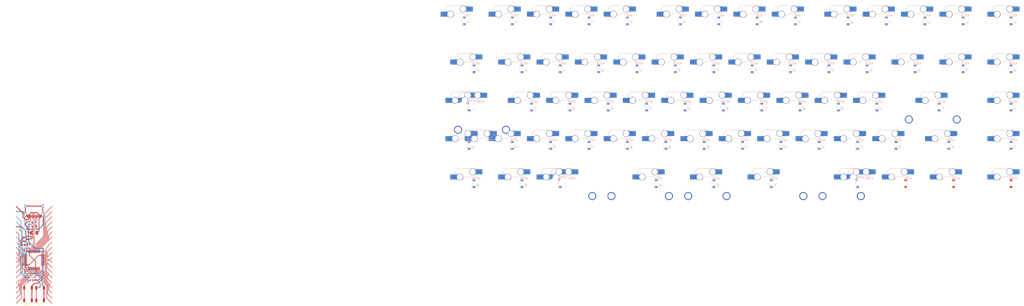
<source format=kicad_pcb>
(kicad_pcb (version 20221018) (generator pcbnew)
  (layers (0 "F.Cu" signal) (31 "B.Cu" signal) (34 "B.Paste" user) (35 "F.Paste" user) (36 "B.SilkS" user "B.Silkscreen") (37 "F.SilkS" user "F.Silkscreen") (38 "B.Mask" user) (39 "F.Mask" user) (44 "Edge.Cuts" user))
  (net 0 "")
  (net 1 "+5V")
  (net 2 "GND")
  (net 3 "+3V3")
  (net 4 "NRST")
  (net 5 "VBUS")
  (net 6 "Net-(J1-CC1)")
  (net 8 "Net-(J1-CC2)")
  (net 10 "BOOT0")
  (net 11 "/C13")
  (net 12 "/C14")
  (net 13 "/C15")
  (net 14 "/F0")
  (net 15 "/F1")
  (net 16 "/B1")
  (net 17 "/B2")
  (net 18 "/B10")
  (net 19 "/B11")
  (net 20 "/B12")
  (net 21 "/B13")
  (net 22 "/B14")
  (net 23 "/B15")
  (net 24 "/A8")
  (net 25 "/A15")
  (net 26 "/B4")
  (net 27 "/B5")
  (net 28 "/B6")
  (net 29 "/B7")
  (net 30 "/A2")
  (net 31 "/A3")
  (net 32 "/A4")
  (net 33 "/A5")
  (net 34 "/A6")
  (net 35 "/A7")
  (net 36 "/B0")
  (net 37 "/B3")
  (net 38 "/B8")
  (net 39 "/B9")
  (net 40 "/A1")
  (net 41 "/A9")
  (net 42 "/A10")
  (net 43 "/A13")
  (net 44 "/A14")
  (net 45 "Net-(R3-Pad2)")
  (net 46 "/A0")
  (net 47 "D+")
  (net 48 "D-")
  (net 50 "Net-(D1-A)")
  (net 52 "Net-(D2-A)")
  (net 54 "Net-(D3-A)")
  (net 56 "Net-(D4-A)")
  (net 58 "Net-(D5-A)")
  (net 60 "Net-(D6-A)")
  (net 62 "Net-(D7-A)")
  (net 64 "Net-(D8-A)")
  (net 66 "Net-(D9-A)")
  (net 68 "Net-(D10-A)")
  (net 70 "Net-(D11-A)")
  (net 72 "Net-(D12-A)")
  (net 74 "Net-(D13-A)")
  (net 76 "Net-(D14-A)")
  (net 78 "Net-(D15-A)")
  (net 80 "Net-(D16-A)")
  (net 82 "Net-(D17-A)")
  (net 84 "Net-(D18-A)")
  (net 86 "Net-(D19-A)")
  (net 88 "Net-(D20-A)")
  (net 90 "Net-(D21-A)")
  (net 92 "Net-(D22-A)")
  (net 94 "Net-(D23-A)")
  (net 96 "Net-(D24-A)")
  (net 98 "Net-(D25-A)")
  (net 100 "Net-(D26-A)")
  (net 102 "Net-(D27-A)")
  (net 104 "Net-(D28-A)")
  (net 106 "Net-(D29-A)")
  (net 108 "Net-(D31-A)")
  (net 110 "Net-(D32-A)")
  (net 112 "Net-(D33-A)")
  (net 114 "Net-(D34-A)")
  (net 116 "Net-(D35-A)")
  (net 118 "Net-(D36-A)")
  (net 120 "Net-(D37-A)")
  (net 122 "Net-(D38-A)")
  (net 124 "Net-(D39-A)")
  (net 126 "Net-(D40-A)")
  (net 128 "Net-(D41-A)")
  (net 130 "Net-(D42-A)")
  (net 132 "Net-(D43-A)")
  (net 134 "Net-(D45-A)")
  (net 136 "Net-(D46-A)")
  (net 138 "Net-(D47-A)")
  (net 140 "Net-(D48-A)")
  (net 142 "Net-(D49-A)")
  (net 144 "Net-(D50-A)")
  (net 146 "Net-(D51-A)")
  (net 148 "Net-(D52-A)")
  (net 150 "Net-(D53-A)")
  (net 152 "Net-(D54-A)")
  (net 154 "Net-(D55-A)")
  (net 156 "Net-(D56-A)")
  (net 158 "Net-(D57-A)")
  (net 160 "Net-(D58-A)")
  (net 162 "Net-(D59-A)")
  (net 164 "Net-(D60-A)")
  (net 166 "Net-(D62-A)")
  (net 168 "Net-(D63-A)")
  (net 170 "Net-(D64-A)")
  (net 172 "Net-(D65-A)")
  (net 245 "Net-(D67-A)")
  (net 247 "Net-(D68-A)")
  (net 249 "Net-(D69-A)")
  (footprint "Capacitor_SMD:C_0402_1005Metric" (layer "F.Cu") (at -100.351875 199.58 90)
    (fp_text reference "C4")
    (fp_text value "100nF")
  )
  (footprint "Package_QFP:LQFP-48_7x7mm_P0.5mm" (layer "F.Cu") (at -104.851875 203.83 90)
    (fp_text reference "U1")
    (fp_text value "STM32F072CBT6")
  )
  (footprint "PCM_marbastlib-mx:STAB_MX_P_2.25u" (layer "F.Cu") (at 117.535 146.03375)
    (fp_text reference "S44" hide)
    (fp_text value "2.25u")
  )
  (footprint "Capacitor_SMD:C_0402_1005Metric" (layer "F.Cu") (at -109.101875 199.33 180)
    (fp_text reference "C3")
    (fp_text value "100nF")
  )
  (footprint "PCM_marbastlib-mx:STAB_MX_P_6u" (layer "F.Cu") (at 258.02875 165.08375 180)
    (fp_text reference "S1" hide)
    (fp_text value "6u")
  )
  (footprint "Button_Switch_SMD:SW_SPST_TL3342" (layer "F.Cu") (at -107.851875 220.83 -90)
    (fp_text reference "BOOT1")
    (fp_text value "SW_SPST")
  )
  (footprint "PCM_marbastlib-mx:STAB_MX_P_3u" (layer "F.Cu") (at 200.87875 165.08375 180)
    (fp_text reference "S62" hide)
    (fp_text value "3u")
  )
  (footprint "Package_TO_SOT_SMD:SOT-143" (layer "F.Cu") (at -104.851875 186.08 180)
    (fp_text reference "U2")
    (fp_text value "PRTR5V0U2X")
  )
  (footprint "Capacitor_SMD:C_0402_1005Metric" (layer "F.Cu") (at -109.351875 208.08 -90)
    (fp_text reference "C5")
    (fp_text value "100nF")
  )
  (footprint "Button_Switch_SMD:SW_SPST_TL3342" (layer "F.Cu") (at -101.851875 220.83 90)
    (fp_text reference "RST1")
    (fp_text value "SW_SPST")
  )
  (footprint "Diode_SMD:D_SOD-123" (layer "F.Cu") (at 327.87875 165.8775 90)
    (fp_text reference "D67")
    (fp_text value "D_Small")
  )
  (footprint "Package_TO_SOT_SMD:SOT-23" (layer "F.Cu") (at -109.101875 193.58)
    (fp_text reference "U3")
    (fp_text value "XC6206PxxxMR-Regulator_Linear")
  )
  (footprint "PCM_marbastlib-mx:STAB_MX_P_2.25u" (layer "F.Cu") (at 341.3725 126.98375 180)
    (fp_text reference "S41" hide)
    (fp_text value "2.25u")
  )
  (footprint "PCM_marbastlib-mx:STAB_MX_P_7u" (layer "F.Cu") (at 229.45375 165.08375 180)
    (fp_text reference "S63" hide)
    (fp_text value "7u")
  )
  (footprint "Capacitor_SMD:C_0402_1005Metric" (layer "F.Cu") (at -108.851875 209.58 180)
    (fp_text reference "C6")
    (fp_text value "100nF")
  )
  (footprint "Resistor_SMD:R_0402_1005Metric" (layer "F.Cu") (at -107.851875 187.33)
    (fp_text reference "R1")
    (fp_text value "5.1k")
  )
  (footprint "Capacitor_SMD:C_0402_1005Metric" (layer "F.Cu") (at -107.601875 196.08)
    (fp_text reference "C10")
    (fp_text value "1uF")
  )
  (footprint "Fuse:Fuse_1206_3216Metric" (layer "F.Cu") (at -104.851875 190.33 180)
    (fp_text reference "F1")
    (fp_text value "500mA")
  )
  (footprint "Capacitor_SMD:C_0402_1005Metric" (layer "F.Cu") (at -106.351875 192.58 90)
    (fp_text reference "C9")
    (fp_text value "1uF")
  )
  (footprint "Capacitor_SMD:C_0402_1005Metric" (layer "F.Cu") (at -103.338452 211.566577)
    (fp_text reference "C1")
    (fp_text value "100nF")
  )
  (footprint "Resistor_SMD:R_0402_1005Metric" (layer "F.Cu") (at -103.601875 213.83)
    (fp_text reference "R4")
    (fp_text value "5.1k")
  )
  (footprint "Capacitor_SMD:C_0402_1005Metric" (layer "F.Cu") (at -103.338452 210.316577 180)
    (fp_text reference "C7")
    (fp_text value "100nF")
  )
  (footprint "Resistor_SMD:R_0402_1005Metric" (layer "F.Cu") (at -107.851875 184.83 180)
    (fp_text reference "R2")
    (fp_text value "5.1k")
  )
  (footprint "PCM_marbastlib-mx:STAB_MX_P_3u" (layer "F.Cu") (at 258.02875 165.08375 180)
    (fp_text reference "S64" hide)
    (fp_text value "3u")
  )
  (footprint "Connector_USB:USB_C_Receptacle_HRO_TYPE-C-31-M-12" (layer "F.Cu") (at -104.851875 178.08 180)
    (fp_text reference "J1")
    (fp_text value "USB_C_Receptacle_USB2.0")
  )
  (footprint "Diode_SMD:D_SOD-123" (layer "F.Cu") (at 351.69125 165.8775 90)
    (fp_text reference "D68")
    (fp_text value "D_Small")
  )
  (footprint "Resistor_SMD:R_0402_1005Metric" (layer "F.Cu") (at -106.101875 213.83)
    (fp_text reference "R3")
    (fp_text value "5.1k")
  )
  (footprint "Capacitor_SMD:C_0603_1608Metric" (layer "F.Cu") (at -110.351875 196.33 180)
    (fp_text reference "C2")
    (fp_text value "10uF")
  )
  (footprint "Capacitor_SMD:C_0402_1005Metric" (layer "F.Cu") (at -107.851875 189.33 90)
    (fp_text reference "C8")
    (fp_text value "100nF")
  )
  (footprint "Diode_SMD:D_SOD-123" (layer "F.Cu") (at 380.26625 165.8775 90)
    (fp_text reference "D69")
    (fp_text value "D_Small")
  )
  (footprint "Diode_SMD:D_SOD-123" (layer "B.Cu") (at 270.72875 108.7275 90)
    (fp_text reference "D23")
    (fp_text value "D_Small")
  )
  (footprint "Diode_SMD:D_SOD-123" (layer "B.Cu") (at 137.37875 108.7275 90)
    (fp_text reference "D16")
    (fp_text value "D_Small")
  )
  (footprint "Diode_SMD:D_SOD-123" (layer "B.Cu") (at 204.05375 165.8775 90)
    (fp_text reference "D62")
    (fp_text value "D_Small")
  )
  (footprint "Diode_SMD:D_SOD-123" (layer "B.Cu") (at 235.10525 84.915 90)
    (fp_text reference "D7")
    (fp_text value "D_Small")
  )
  (footprint "Diode_SMD:D_SOD-123" (layer "B.Cu") (at 218.34125 127.7775 90)
    (fp_text reference "D35")
    (fp_text value "D_Small")
  )
  (footprint "PCM_marbastlib-mx:SW_MX_HS_CPG151101S11_1u" (layer "B.Cu") (at 134.20375 165.08375 180)
    (fp_text reference "MX59")
    (fp_text value "MX_SW_HS")
  )
  (footprint "Diode_SMD:D_SOD-123" (layer "B.Cu") (at 344.5475 127.7775 90)
    (fp_text reference "D41")
    (fp_text value "D_Small")
  )
  (footprint "Diode_SMD:D_SOD-123" (layer "B.Cu") (at 256.44125 127.7775 90)
    (fp_text reference "D37")
    (fp_text value "D_Small")
  )
  (footprint "Diode_SMD:D_SOD-123" (layer "B.Cu") (at 151.66625 84.915 90)
    (fp_text reference "D3")
    (fp_text value "D_Small")
  )
  (footprint "PCM_marbastlib-mx:SW_MX_HS_CPG151101S11_1u" (layer "B.Cu") (at 210.40375 107.93375 180)
    (fp_text reference "MX20")
    (fp_text value "MX_SW_HS")
  )
  (footprint "Diode_SMD:D_SOD-123" (layer "B.Cu") (at 213.57875 108.7275 90)
    (fp_text reference "D20")
    (fp_text value "D_Small")
  )
  (footprint "PCM_marbastlib-mx:SW_MX_HS_CPG151101S11_1u" (layer "B.Cu") (at 105.62875 84.12125 180)
    (fp_text reference "MX1")
    (fp_text value "MX_SW_HS")
  )
  (footprint "PCM_marbastlib-mx:SW_MX_HS_CPG151101S11_1u" (layer "B.Cu") (at 248.50375 107.93375 180)
    (fp_text reference "MX22")
    (fp_text value "MX_SW_HS")
  )
  (footprint "Diode_SMD:D_SOD-123" (layer "B.Cu") (at 254.15525 84.915 90)
    (fp_text reference "D8")
    (fp_text value "D_Small")
  )
  (footprint "Diode_SMD:D_SOD-123" (layer "B.Cu") (at 318.35375 84.915 90)
    (fp_text reference "D11")
    (fp_text value "D_Small")
  )
  (footprint "PCM_marbastlib-mx:SW_MX_HS_CPG151101S11_1u" (layer "B.Cu") (at 153.25375 107.93375 180)
    (fp_text reference "MX17")
    (fp_text value "MX_SW_HS")
  )
  (footprint "Diode_SMD:D_SOD-123" (layer "B.Cu") (at 137.37875 165.8775 90)
    (fp_text reference "D59")
    (fp_text value "D_Small")
  )
  (footprint "Diode_SMD:D_SOD-123" (layer "B.Cu") (at 170.71625 146.8275 90)
    (fp_text reference "D47")
    (fp_text value "D_Small")
  )
  (footprint "PCM_marbastlib-mx:SW_MX_HS_CPG151101S11_1u" (layer "B.Cu") (at 281.84125 146.03375 180)
    (fp_text reference "MX53")
    (fp_text value "MX_SW_HS")
  )
  (footprint "Diode_SMD:D_SOD-123" (layer "B.Cu") (at 304.06625 146.8275 90)
    (fp_text reference "D54")
    (fp_text value "D_Small")
  )
  (footprint "PCM_marbastlib-mx:SW_MX_HS_CPG151101S11_1u" (layer "B.Cu") (at 377.09125 84.12125 180)
    (fp_text reference "MX14")
    (fp_text value "MX_SW_HS")
  )
  (footprint "PCM_marbastlib-mx:SW_MX_HS_CPG151101S11_1u" (layer "B.Cu") (at 334.22875 84.12125 180)
    (fp_text reference "MX12")
    (fp_text value "MX_SW_HS")
  )
  (footprint "PCM_marbastlib-mx:SW_MX_HS_CPG151101S11_1.75u" (layer "B.Cu") (at 346.135 146.03375 180)
    (fp_text reference "MX56")
    (fp_text value "MX_SW_HS")
  )
  (footprint "PCM_marbastlib-mx:SW_MX_HS_CPG151101S11_1u" (layer "B.Cu") (at 153.25375 165.08375 180)
    (fp_text reference "MX60")
    (fp_text value "MX_SW_HS")
  )
  (footprint "Diode_SMD:D_SOD-123" (layer "B.Cu") (at 113.56625 108.7275 90)
    (fp_text reference "D15")
    (fp_text value "D_Small")
  )
  (footprint "Diode_SMD:D_SOD-123" (layer "B.Cu") (at 111.185 146.8275 90)
    (fp_text reference "D43")
    (fp_text value "D_Small")
  )
  (footprint "PCM_marbastlib-mx:SW_MX_HS_CPG151101S11_1u" (layer "B.Cu") (at 196.11625 126.98375 180)
    (fp_text reference "MX34")
    (fp_text value "MX_SW_HS")
  )
  (footprint "PCM_marbastlib-mx:SW_MX_HS_CPG151101S11_1u" (layer "B.Cu") (at 353.27875 84.12125 180)
    (fp_text reference "MX13")
    (fp_text value "MX_SW_HS")
  )
  (footprint "PCM_marbastlib-mx:SW_MX_HS_CPG151101S11_1u" (layer "B.Cu") (at 148.49125 146.03375 180)
    (fp_text reference "MX46")
    (fp_text value "MX_SW_HS")
  )
  (footprint "PCM_marbastlib-mx:SW_MX_HS_CPG151101S11_1u" (layer "B.Cu") (at 377.09125 126.98375 180)
    (fp_text reference "MX42")
    (fp_text value "MX_SW_HS")
  )
  (footprint "PCM_marbastlib-mx:SW_MX_HS_CPG151101S11_1u" (layer "B.Cu") (at 129.44125 146.03375 180)
    (fp_text reference "MX45")
    (fp_text value "MX_SW_HS")
  )
  (footprint "Diode_SMD:D_SOD-123" (layer "B.Cu") (at 132.61625 146.8275 90)
    (fp_text reference "D45")
    (fp_text value "D_Small")
  )
  (footprint "PCM_marbastlib-mx:SW_MX_HS_CPG151101S11_1.75u_STP_1.25" (layer "B.Cu") (at 108.01 126.98375 180)
    (fp_text reference "MX29")
    (fp_text value "MX_SW_HS")
  )
  (footprint "PCM_marbastlib-mx:SW_MX_HS_CPG151101S11_1u" (layer "B.Cu") (at 231.93025 84.12125 180)
    (fp_text reference "MX7")
    (fp_text value "MX_SW_HS")
  )
  (footprint "PCM_marbastlib-mx:SW_MX_HS_CPG151101S11_1.75u" (layer "B.Cu") (at 112.7725 126.98375 180)
    (fp_text reference "MX30")
    (fp_text value "MX_SW_HS")
  )
  (footprint "PCM_marbastlib-mx:SW_MX_HS_CPG151101S11_1u" (layer "B.Cu") (at 250.98025 84.12125 180)
    (fp_text reference "MX8")
    (fp_text value "MX_SW_HS")
  )
  (footprint "Diode_SMD:D_SOD-123" (layer "B.Cu") (at 313.59125 127.7775 90)
    (fp_text reference "D40")
    (fp_text value "D_Small")
  )
  (footprint "PCM_marbastlib-mx:SW_MX_HS_CPG151101S11_1u" (layer "B.Cu") (at 134.20375 107.93375 180)
    (fp_text reference "MX16")
    (fp_text value "MX_SW_HS")
  )
  (footprint "Diode_SMD:D_SOD-123" (layer "B.Cu") (at 194.52875 108.7275 90)
    (fp_text reference "D19")
    (fp_text value "D_Small")
  )
  (footprint "Diode_SMD:D_SOD-123" (layer "B.Cu") (at 111.185 127.7775 90)
    (fp_text reference "D29")
    (fp_text value "D_Small")
  )
  (footprint "PCM_marbastlib-mx:SW_MX_HS_CPG151101S11_1u" (layer "B.Cu") (at 177.06625 126.98375 180)
    (fp_text reference "MX33")
    (fp_text value "MX_SW_HS")
  )
  (footprint "PCM_marbastlib-mx:SW_MX_HS_CPG151101S11_1u" (layer "B.Cu") (at 300.89125 146.03375 180)
    (fp_text reference "MX54")
    (fp_text value "MX_SW_HS")
  )
  (footprint "Diode_SMD:D_SOD-123" (layer "B.Cu") (at 227.86625 146.8275 90)
    (fp_text reference "D50")
    (fp_text value "D_Small")
  )
  (footprint "Diode_SMD:D_SOD-123" (layer "B.Cu") (at 189.76625 146.8275 90)
    (fp_text reference "D48")
    (fp_text value "D_Small")
  )
  (footprint "Diode_SMD:D_SOD-123" (layer "B.Cu") (at 142.14125 127.7775 90)
    (fp_text reference "D31")
    (fp_text value "D_Small")
  )
  (footprint "PCM_marbastlib-mx:SW_MX_HS_CPG151101S11_1u" (layer "B.Cu") (at 300.89125 165.08375 180)
    (fp_text reference "MX65")
    (fp_text value "MX_SW_HS")
  )
  (footprint "PCM_marbastlib-mx:SW_MX_HS_CPG151101S11_1u" (layer "B.Cu") (at 286.60375 107.93375 180)
    (fp_text reference "MX24")
    (fp_text value "MX_SW_HS")
  )
  (footprint "PCM_marbastlib-mx:SW_MX_HS_CPG151101S11_1u" (layer "B.Cu") (at 138.96625 126.98375 180)
    (fp_text reference "MX31")
    (fp_text value "MX_SW_HS")
  )
  (footprint "PCM_marbastlib-mx:SW_MX_HS_CPG151101S11_1u" (layer "B.Cu") (at 148.49125 84.12125 180)
    (fp_text reference "MX3")
    (fp_text value "MX_SW_HS")
  )
  (footprint "PCM_marbastlib-mx:SW_MX_HS_CPG151101S11_1u" (layer "B.Cu") (at 172.30375 107.93375 180)
    (fp_text reference "MX18")
    (fp_text value "MX_SW_HS")
  )
  (footprint "PCM_marbastlib-mx:SW_MX_HS_CPG151101S11_1u" (layer "B.Cu") (at 212.88025 84.12125 180)
    (fp_text reference "MX6")
    (fp_text value "MX_SW_HS")
  )
  (footprint "PCM_marbastlib-mx:SW_MX_HS_CPG151101S11_1u" (layer "B.Cu") (at 341.3725 126.98375 180)
    (fp_text reference "MX41")
    (fp_text value "MX_SW_HS")
  )
  (footprint "PCM_marbastlib-mx:SW_MX_HS_CPG151101S11_1u" (layer "B.Cu") (at 305.65375 107.93375 180)
    (fp_text reference "MX25")
    (fp_text value "MX_SW_HS")
  )
  (footprint "PCM_marbastlib-mx:SW_MX_HS_CPG151101S11_1u" (layer "B.Cu") (at 315.17875 84.12125 180)
    (fp_text reference "MX11")
    (fp_text value "MX_SW_HS")
  )
  (footprint "PCM_marbastlib-mx:SW_MX_HS_CPG151101S11_1u" (layer "B.Cu") (at 186.59125 84.12125 180)
    (fp_text reference "MX5")
    (fp_text value "MX_SW_HS")
  )
  (footprint "PCM_marbastlib-mx:SW_MX_HS_CPG151101S11_1u" (layer "B.Cu") (at 129.44125 84.12125 180)
    (fp_text reference "MX2")
    (fp_text value "MX_SW_HS")
  )
  (footprint "PCM_marbastlib-mx:SW_MX_HS_CPG151101S11_1u" (layer "B.Cu") (at 272.31625 126.98375 180)
    (fp_text reference "MX38")
    (fp_text value "MX_SW_HS")
  )
  (footprint "Diode_SMD:D_SOD-123" (layer "B.Cu") (at 265.96625 146.8275 90)
    (fp_text reference "D52")
    (fp_text value "D_Small")
  )
  (footprint "PCM_marbastlib-mx:SW_MX_HS_CPG151101S11_1u" (layer "B.Cu") (at 186.59125 146.03375 180)
    (fp_text reference "MX48")
    (fp_text value "MX_SW_HS")
  )
  (footprint "Diode_SMD:D_SOD-123" (layer "B.Cu") (at 261.20375 165.8775 90)
    (fp_text reference "D64")
    (fp_text value "D_Small")
  )
  (footprint "Diode_SMD:D_SOD-123" (layer "B.Cu") (at 132.61625 84.915 90)
    (fp_text reference "D2")
    (fp_text value "D_Small")
  )
  (footprint "Diode_SMD:D_SOD-123" (layer "B.Cu") (at 232.62875 165.8775 90)
    (fp_text reference "D63")
    (fp_text value "D_Small")
  )
  (footprint "PCM_marbastlib-mx:SW_MX_HS_CPG151101S11_1u" (layer "B.Cu") (at 262.79125 146.03375 180)
    (fp_text reference "MX52")
    (fp_text value "MX_SW_HS")
  )
  (footprint "PCM_marbastlib-mx:SW_MX_HS_CPG151101S11_1u" (layer "B.Cu") (at 167.54125 146.03375 180)
    (fp_text reference "MX47")
    (fp_text value "MX_SW_HS")
  )
  (footprint "Diode_SMD:D_SOD-123" (layer "B.Cu") (at 199.29125 127.7775 90)
    (fp_text reference "D34")
    (fp_text value "D_Small")
  )
  (footprint "PCM_marbastlib-mx:SW_MX_HS_CPG151101S11_1.5u" (layer "B.Cu") (at 348.51625 165.08375 180)
    (fp_text reference "MX68")
    (fp_text value "MX_SW_HS")
  )
  (footprint "Diode_SMD:D_SOD-123" (layer "B.Cu") (at 323.11625 146.8275 90)
    (fp_text reference "D55")
    (fp_text value "D_Small")
  )
  (footprint "PCM_marbastlib-mx:SW_MX_HS_CPG151101S11_1u" (layer "B.Cu") (at 229.45375 107.93375 180)
    (fp_text reference "MX21")
    (fp_text value "MX_SW_HS")
  )
  (footprint "Diode_SMD:D_SOD-123" (layer "B.Cu") (at 380.26625 127.7775 90)
    (fp_text reference "D42")
    (fp_text value "D_Small")
  )
  (footprint "Diode_SMD:D_SOD-123" (layer "B.Cu") (at 175.47875 108.7275 90)
    (fp_text reference "D18")
    (fp_text value "D_Small")
  )
  (footprint "PCM_marbastlib-mx:SW_MX_HS_CPG151101S11_1u" (layer "B.Cu") (at 258.02875 165.08375 180)
    (fp_text reference "MX64")
    (fp_text value "MX_SW_HS")
  )
  (footprint "Diode_SMD:D_SOD-123" (layer "B.Cu") (at 356.45375 108.7275 90)
    (fp_text reference "D27")
    (fp_text value "D_Small")
  )
  (footprint "PCM_marbastlib-mx:SW_MX_HS_CPG151101S11_1u" (layer "B.Cu") (at 191.35375 107.93375 180)
    (fp_text reference "MX19")
    (fp_text value "MX_SW_HS")
  )
  (footprint "PCM_marbastlib-mx:SW_MX_HS_CPG151101S11_1u" (layer "B.Cu") (at 377.09125 165.08375 180)
    (fp_text reference "MX69")
    (fp_text value "MX_SW_HS")
  )
  (footprint "PCM_marbastlib-mx:SW_MX_HS_CPG151101S11_1.25u" (layer "B.Cu") (at 108.01 146.03375 180)
    (fp_text reference "MX43")
    (fp_text value "MX_SW_HS")
  )
  (footprint "PCM_marbastlib-mx:SW_MX_HS_CPG151101S11_1u" (layer "B.Cu") (at 270.03025 84.12125 180)
    (fp_text reference "MX9")
    (fp_text value "MX_SW_HS")
  )
  (footprint "PCM_marbastlib-mx:SW_MX_HS_CPG151101S11_1u" (layer "B.Cu") (at 205.64125 146.03375 180)
    (fp_text reference "MX49")
    (fp_text value "MX_SW_HS")
  )
  (footprint "Diode_SMD:D_SOD-123" (layer "B.Cu") (at 151.66625 146.8275 90)
    (fp_text reference "D46")
    (fp_text value "D_Small")
  )
  (footprint "Diode_SMD:D_SOD-123" (layer "B.Cu") (at 251.67875 108.7275 90)
    (fp_text reference "D22")
    (fp_text value "D_Small")
  )
  (footprint "Diode_SMD:D_SOD-123" (layer "B.Cu") (at 380.26625 108.7275 90)
    (fp_text reference "D28")
    (fp_text value "D_Small")
  )
  (footprint "PCM_marbastlib-mx:SW_MX_HS_CPG151101S11_1u" (layer "B.Cu") (at 243.74125 146.03375 180)
    (fp_text reference "MX51")
    (fp_text value "MX_SW_HS")
  )
  (footprint "PCM_marbastlib-mx:SW_MX_HS_CPG151101S11_1u" (layer "B.Cu") (at 267.55375 107.93375 180)
    (fp_text reference "MX23")
    (fp_text value "MX_SW_HS")
  )
  (footprint "Diode_SMD:D_SOD-123" (layer "B.Cu") (at 180.24125 127.7775 90)
    (fp_text reference "D33")
    (fp_text value "D_Small")
  )
  (footprint "Diode_SMD:D_SOD-123" (layer "B.Cu") (at 275.49125 127.7775 90)
    (fp_text reference "D38")
    (fp_text value "D_Small")
  )
  (footprint "Diode_SMD:D_SOD-123" (layer "B.Cu") (at 208.81625 146.8275 90)
    (fp_text reference "D49")
    (fp_text value "D_Small")
  )
  (footprint "Diode_SMD:D_SOD-123" (layer "B.Cu") (at 113.56625 165.8775 90)
    (fp_text reference "D58")
    (fp_text value "D_Small")
  )
  (footprint "Diode_SMD:D_SOD-123" (layer "B.Cu") (at 294.54125 127.7775 90)
    (fp_text reference "D39")
    (fp_text value "D_Small")
  )
  (footprint "PCM_marbastlib-mx:SW_MX_HS_CPG151101S11_1u" (layer "B.Cu") (at 291.36625 126.98375 180)
    (fp_text reference "MX39")
    (fp_text value "MX_SW_HS")
  )
  (footprint "PCM_marbastlib-mx:SW_MX_HS_CPG151101S11_1u" (layer "B.Cu") (at 215.16625 126.98375 180)
    (fp_text reference "MX35")
    (fp_text value "MX_SW_HS")
  )
  (footprint "Diode_SMD:D_SOD-123" (layer "B.Cu") (at 380.26625 84.915 90)
    (fp_text reference "D14")
    (fp_text value "D_Small")
  )
  (footprint "Diode_SMD:D_SOD-123" (layer "B.Cu") (at 285.01625 146.8275 90)
    (fp_text reference "D53")
    (fp_text value "D_Small")
  )
  (footprint "PCM_marbastlib-mx:SW_MX_HS_CPG151101S11_1u" (layer "B.Cu") (at 310.41625 126.98375 180)
    (fp_text reference "MX40")
    (fp_text value "MX_SW_HS")
  )
  (footprint "Diode_SMD:D_SOD-123" (layer "B.Cu") (at 273.20525 84.915 90)
    (fp_text reference "D9")
    (fp_text value "D_Small")
  )
  (footprint "Diode_SMD:D_SOD-123" (layer "B.Cu") (at 156.42875 108.7275 90)
    (fp_text reference "D17")
    (fp_text value "D_Small")
  )
  (footprint "Diode_SMD:D_SOD-123" (layer "B.Cu") (at 308.82875 108.7275 90)
    (fp_text reference "D25")
    (fp_text value "D_Small")
  )
  (footprint "PCM_marbastlib-mx:SW_MX_HS_CPG151101S11_1u" (layer "B.Cu") (at 234.21625 126.98375 180)
    (fp_text reference "MX36")
    (fp_text value "MX_SW_HS")
  )
  (footprint "Diode_SMD:D_SOD-123" (layer "B.Cu") (at 216.05525 84.915 90)
    (fp_text reference "D6")
    (fp_text value "D_Small")
  )
  (footprint "Diode_SMD:D_SOD-123" (layer "B.Cu") (at 189.76625 84.915 90)
    (fp_text reference "D5")
    (fp_text value "D_Small")
  )
  (footprint "Diode_SMD:D_SOD-123" (layer "B.Cu") (at 108.80375 84.915 90)
    (fp_text reference "D1")
    (fp_text value "D_Small")
  )
  (footprint "Diode_SMD:D_SOD-123" (layer "B.Cu") (at 380.26625 146.8275 90)
    (fp_text reference "D57")
    (fp_text value "D_Small")
  )
  (footprint "PCM_marbastlib-mx:SW_MX_HS_CPG151101S11_1u" (layer "B.Cu") (at 200.87875 165.08375 180)
    (fp_text reference "MX62")
    (fp_text value "MX_SW_HS")
  )
  (footprint "PCM_marbastlib-mx:SW_MX_HS_CPG151101S11_1u" (layer "B.Cu") (at 377.09125 146.03375 180)
    (fp_text reference "MX57")
    (fp_text value "MX_SW_HS")
  )
  (footprint "PCM_marbastlib-mx:SW_MX_HS_CPG151101S11_1u" (layer "B.Cu") (at 377.09125 107.93375 180)
    (fp_text reference "MX28")
    (fp_text value "MX_SW_HS")
  )
  (footprint "PCM_marbastlib-mx:SW_MX_HS_CPG151101S11_1.5u" (layer "B.Cu") (at 158.01625 165.08375 180)
    (fp_text reference "MX61")
    (fp_text value "MX_SW_HS")
  )
  (footprint "Diode_SMD:D_SOD-123" (layer "B.Cu") (at 232.62875 108.7275 90)
    (fp_text reference "D21")
    (fp_text value "D_Small")
  )
  (footprint "Diode_SMD:D_SOD-123" (layer "B.Cu") (at 156.42875 165.8775 90)
    (fp_text reference "D60")
    (fp_text value "D_Small")
  )
  (footprint "PCM_marbastlib-mx:SW_MX_HS_CPG151101S11_1u" (layer "B.Cu") (at 324.70375 165.08375 180)
    (fp_text reference "MX67")
    (fp_text value "MX_SW_HS")
  )
  (footprint "PCM_marbastlib-mx:SW_MX_HS_CPG151101S11_1u" (layer "B.Cu") (at 253.26625 126.98375 180)
    (fp_text reference "MX37")
    (fp_text value "MX_SW_HS")
  )
  (footprint "Diode_SMD:D_SOD-123" (layer "B.Cu") (at 304.06625 165.8775 90)
    (fp_text reference "D65")
    (fp_text value "D_Small")
  )
  (footprint "Diode_SMD:D_SOD-123" (layer "B.Cu") (at 237.39125 127.7775 90)
    (fp_text reference "D36")
    (fp_text value "D_Small")
  )
  (footprint "Diode_SMD:D_SOD-123" (layer "B.Cu") (at 337.40375 84.915 90)
    (fp_text reference "D12")
    (fp_text value "D_Small")
  )
  (footprint "PCM_marbastlib-mx:SW_MX_HS_CPG151101S11_1.5u" (layer "B.Cu") (at 110.39125 107.93375 180)
    (fp_text reference "MX15")
    (fp_text value "MX_SW_HS")
  )
  (footprint "Diode_SMD:D_SOD-123" (layer "B.Cu") (at 170.71625 84.915 90)
    (fp_text reference "D4")
    (fp_text value "D_Small")
  )
  (footprint "Diode_SMD:D_SOD-123" (layer "B.Cu") (at 356.45375 84.915 90)
    (fp_text reference "D13")
    (fp_text value "D_Small")
  )
  (footprint "Diode_SMD:D_SOD-123" (layer "B.Cu") (at 332.64125 108.7275 90)
    (fp_text reference "D26")
    (fp_text value "D_Small")
  )
  (footprint "PCM_marbastlib-mx:SW_MX_HS_CPG151101S11_1u" (layer "B.Cu") (at 158.01625 126.98375 180)
    (fp_text reference "MX32")
    (fp_text value "MX_SW_HS")
  )
  (footprint "Diode_SMD:D_SOD-123" (layer "B.Cu") (at 246.91625 146.8275 90)
    (fp_text reference "D51")
    (fp_text value "D_Small")
  )
  (footprint "PCM_marbastlib-mx:SW_MX_HS_CPG151101S11_1u" (layer "B.Cu") (at 319.94125 146.03375 180)
    (fp_text reference "MX55")
    (fp_text value "MX_SW_HS")
  )
  (footprint "PCM_marbastlib-mx:SW_MX_HS_CPG151101S11_1u" (layer "B.Cu") (at 117.535 146.03375 180)
    (fp_text reference "MX44")
    (fp_text value "MX_SW_HS")
  )
  (footprint "PCM_marbastlib-mx:SW_MX_HS_CPG151101S11_1u" (layer "B.Cu") (at 353.27875 107.93375 180)
    (fp_text reference "MX27")
    (fp_text value "MX_SW_HS")
  )
  (footprint "Diode_SMD:D_SOD-123" (layer "B.Cu") (at 289.77875 108.7275 90)
    (fp_text reference "D24")
    (fp_text value "D_Small")
  )
  (footprint "PCM_marbastlib-mx:SW_MX_HS_CPG151101S11_1.5u" (layer "B.Cu") (at 305.65375 165.08375 180)
    (fp_text reference "MX66")
    (fp_text value "MX_SW_HS")
  )
  (footprint "Diode_SMD:D_SOD-123" (layer "B.Cu") (at 349.31 146.8275 90)
    (fp_text reference "D56")
    (fp_text value "D_Small")
  )
  (footprint "PCM_marbastlib-mx:SW_MX_HS_CPG151101S11_1.5u" (layer "B.Cu") (at 329.46625 107.93375 180)
    (fp_text reference "MX26")
    (fp_text value "MX_SW_HS")
  )
  (footprint "PCM_marbastlib-mx:SW_MX_HS_CPG151101S11_1u" (layer "B.Cu") (at 224.69125 146.03375 180)
    (fp_text reference "MX50")
    (fp_text value "MX_SW_HS")
  )
  (footprint "Diode_SMD:D_SOD-123" (layer "B.Cu") (at 161.19125 127.7775 90)
    (fp_text reference "D32")
    (fp_text value "D_Small")
  )
  (footprint "Diode_SMD:D_SOD-123" (layer "B.Cu") (at 299.30375 84.915 90)
    (fp_text reference "D10")
    (fp_text value "D_Small")
  )
  (footprint "PCM_marbastlib-mx:SW_MX_HS_CPG151101S11_1.5u" (layer "B.Cu") (at 110.39125 165.08375 180)
    (fp_text reference "MX58")
    (fp_text value "MX_SW_HS")
  )
  (footprint "PCM_marbastlib-mx:SW_MX_HS_CPG151101S11_1u" (layer "B.Cu") (at 229.45375 165.08375 180)
    (fp_text reference "MX63")
    (fp_text value "MX_SW_HS")
  )
  (footprint "PCM_marbastlib-mx:SW_MX_HS_CPG151101S11_1u" (layer "B.Cu") (at 296.12875 84.12125 180)
    (fp_text reference "MX10")
    (fp_text value "MX_SW_HS")
  )
  (footprint "PCM_marbastlib-mx:SW_MX_HS_CPG151101S11_1u" (layer "B.Cu") (at 167.54125 84.12125 180)
    (fp_text reference "MX4")
    (fp_text value "MX_SW_HS")
  )
  (segment (start -105.601875 192.83) (end -105.601875 190.98) (width 0.4) (layer "F.Cu") (net 1))
  (segment (start -105.601875 187.28) (end -105.851875 187.03) (width 0.4) (layer "F.Cu") (net 1))
  (segment (start -107.331875 190.33) (end -107.851875 189.81) (width 0.4) (layer "F.Cu") (net 1))
  (segment (start -108.164375 193.58) (end -106.871875 193.58) (width 0.4) (layer "F.Cu") (net 1))
  (segment (start -105.601875 189.68) (end -105.601875 187.28) (width 0.4) (layer "F.Cu") (net 1))
  (segment (start -106.251875 190.33) (end -105.601875 189.68) (width 0.4) (layer "F.Cu") (net 1))
  (segment (start -106.871875 193.58) (end -106.351875 193.06) (width 0.4) (layer "F.Cu") (net 1))
  (segment (start -105.601875 190.98) (end -106.251875 190.33) (width 0.4) (layer "F.Cu") (net 1))
  (segment (start -106.251875 190.33) (end -107.331875 190.33) (width 0.4) (layer "F.Cu") (net 1))
  (segment (start -106.351875 193.06) (end -105.831875 193.06) (width 0.4) (layer "F.Cu") (net 1))
  (segment (start -105.831875 193.06) (end -105.601875 192.83) (width 0.4) (layer "F.Cu") (net 1))
  (segment (start -109.171875 181.21) (end -109.171875 177.03) (width 0.4) (layer "F.Cu") (net 2))
  (segment (start -99.351875 199.58) (end -99.831875 199.1) (width 0.3) (layer "F.Cu") (net 2))
  (segment (start -109.581875 198.81) (end -109.581875 199.33) (width 0.3) (layer "F.Cu") (net 2))
  (segment (start -103.818452 210.434133) (end -103.818452 210.316577) (width 0.4) (layer "F.Cu") (net 2))
  (segment (start -104.101875 207.9925) (end -104.101875 210.033154) (width 0.3) (layer "F.Cu") (net 2))
  (segment (start -111.351875 193.9425) (end -110.039375 192.63) (width 0.4) (layer "F.Cu") (net 2))
  (segment (start -109.331875 209.58) (end -109.351875 210.58) (width 0.4) (layer "F.Cu") (net 2))
  (segment (start -110.039375 192.63) (end -108.881875 192.63) (width 0.4) (layer "F.Cu") (net 2))
  (segment (start -104.101875 207.9925) (end -104.101875 204.58) (width 0.3) (layer "F.Cu") (net 2))
  (segment (start -100.531875 177.03) (end -100.531875 181.21) (width 0.4) (layer "F.Cu") (net 2))
  (segment (start -104.101875 204.58) (end -104.851875 203.83) (width 0.3) (layer "F.Cu") (net 2))
  (segment (start -107.101875 199.6675) (end -107.101875 201.58) (width 0.3) (layer "F.Cu") (net 2))
  (segment (start -108.361875 187.07) (end -108.361875 187.33) (width 0.4) (layer "F.Cu") (net 2))
  (segment (start -100.689375 201.58) (end -102.601875 201.58) (width 0.3) (layer "F.Cu") (net 2))
  (segment (start -109.351875 186.08) (end -108.361875 185.09) (width 0.4) (layer "F.Cu") (net 2))
  (segment (start -107.601875 194.83) (end -107.121875 195.31) (width 0.4) (layer "F.Cu") (net 2))
  (segment (start -109.014375 206.08) (end -110.101875 206.08) (width 0.3) (layer "F.Cu") (net 2))
  (segment (start -100.851875 216.08) (end -99.951875 216.98) (width 0.4) (layer "F.Cu") (net 2))
  (segment (start -108.881875 192.63) (end -108.351875 192.1) (width 0.4) (layer "F.Cu") (net 2))
  (segment (start -109.351875 208.56) (end -109.351875 209.56) (width 0.4) (layer "F.Cu") (net 2))
  (segment (start -103.351875 188.58) (end -103.851875 188.08) (width 0.4) (layer "F.Cu") (net 2))
  (segment (start -100.351875 199.1) (end -100.351875 198.08) (width 0.4) (layer "F.Cu") (net 2))
  (segment (start -110.351875 206.33) (end -110.351875 208.08) (width 0.3) (layer "F.Cu") (net 2))
  (segment (start -111.351875 196.105) (end -111.351875 193.9425) (width 0.4) (layer "F.Cu") (net 2))
  (segment (start -104.851875 203.83) (end -107.101875 206.08) (width 0.3) (layer "F.Cu") (net 2))
  (segment (start -109.871875 208.56) (end -109.351875 208.56) (width 0.3) (layer "F.Cu") (net 2))
  (segment (start -104.101875 210.033154) (end -103.818452 210.316577) (width 0.3) (layer "F.Cu") (net 2))
  (segment (start -99.951875 216.98) (end -99.951875 217.68) (width 0.4) (layer "F.Cu") (net 2))
  (segment (start -108.101875 182.125) (end -108.256875 182.125) (width 0.4) (layer "F.Cu") (net 2))
  (segment (start -102.858452 211.566577) (end -102.858452 211.394133) (width 0.4) (layer "F.Cu") (net 2))
  (segment (start -99.951875 217.68) (end -99.951875 223.98) (width 0.4) (layer "F.Cu") (net 2))
  (segment (start -109.171875 177.03) (end -100.531875 177.03) (width 0.4) (layer "F.Cu") (net 2))
  (segment (start -107.101875 201.58) (end -104.851875 203.83) (width 0.3) (layer "F.Cu") (net 2))
  (segment (start -108.256875 182.125) (end -109.171875 181.21) (width 0.4) (layer "F.Cu") (net 2))
  (segment (start -106.601875 188.58) (end -107.581875 188.58) (width 0.4) (layer "F.Cu") (net 2))
  (segment (start -99.831875 199.1) (end -100.351875 199.1) (width 0.3) (layer "F.Cu") (net 2))
  (segment (start -102.838452 211.566577) (end -101.588452 212.816577) (width 0.4) (layer "F.Cu") (net 2))
  (segment (start -103.851875 188.08) (end -103.851875 186.83) (width 0.4) (layer "F.Cu") (net 2))
  (segment (start -102.601875 201.58) (end -104.851875 203.83) (width 0.3) (layer "F.Cu") (net 2))
  (segment (start -103.091875 213.83) (end -102.601875 213.83) (width 0.4) (layer "F.Cu") (net 2))
  (segment (start -99.351875 201.33) (end -99.351875 199.58) (width 0.3) (layer "F.Cu") (net 2))
  (segment (start -108.361875 188.34) (end -109.101875 189.08) (width 0.4) (layer "F.Cu") (net 2))
  (segment (start -109.101875 191.35) (end -108.351875 192.1) (width 0.4) (layer "F.Cu") (net 2))
  (segment (start -107.581875 188.58) (end -107.851875 188.85) (width 0.4) (layer "F.Cu") (net 2))
  (segment (start -108.361875 188.34) (end -108.361875 187.33) (width 0.4) (layer "F.Cu") (net 2))
  (segment (start -108.361875 185.09) (end -108.361875 184.83) (width 0.4) (layer "F.Cu") (net 2))
  (segment (start -100.531875 181.21) (end -101.446875 182.125) (width 0.4) (layer "F.Cu") (net 2))
  (segment (start -110.351875 208.08) (end -109.871875 208.56) (width 0.3) (layer "F.Cu") (net 2))
  (segment (start -101.446875 182.125) (end -101.601875 182.125) (width 0.4) (layer "F.Cu") (net 2))
  (segment (start -106.351875 192.1) (end -108.351875 192.1) (width 0.4) (layer "F.Cu") (net 2))
  (segment (start -110.101875 206.08) (end -110.351875 206.33) (width 0.3) (layer "F.Cu") (net 2))
  (segment (start -107.351875 198.33) (end -109.101875 198.33) (width 0.3) (layer "F.Cu") (net 2))
  (segment (start -100.689375 201.58) (end -99.601875 201.58) (width 0.3) (layer "F.Cu") (net 2))
  (segment (start -107.101875 198.58) (end -107.351875 198.33) (width 0.3) (layer "F.Cu") (net 2))
  (segment (start -109.101875 189.08) (end -109.101875 191.35) (width 0.4) (layer "F.Cu") (net 2))
  (segment (start -102.601875 213.83) (end -101.588452 212.816577) (width 0.4) (layer "F.Cu") (net 2))
  (segment (start -109.351875 186.08) (end -108.361875 187.07) (width 0.4) (layer "F.Cu") (net 2))
  (segment (start -99.601875 201.58) (end -99.351875 201.33) (width 0.3) (layer "F.Cu") (net 2))
  (segment (start -107.101875 206.08) (end -109.014375 206.08) (width 0.3) (layer "F.Cu") (net 2))
  (segment (start -107.121875 195.31) (end -107.121875 196.08) (width 0.4) (layer "F.Cu") (net 2))
  (segment (start -109.101875 198.33) (end -109.581875 198.81) (width 0.3) (layer "F.Cu") (net 2))
  (segment (start -107.101875 199.6675) (end -107.101875 198.58) (width 0.3) (layer "F.Cu") (net 2))
  (segment (start -102.858452 211.394133) (end -103.818452 210.434133) (width 0.4) (layer "F.Cu") (net 2))
  (segment (start -107.851875 188.85) (end -108.361875 188.34) (width 0.4) (layer "F.Cu") (net 2))
  (via (at -101.588452 212.816577) (size 0.8) (drill 0.4) (layers "F.Cu" "B.Cu") (net 2))
  (via (at -107.601875 194.83) (size 0.8) (drill 0.4) (layers "F.Cu" "B.Cu") (net 2))
  (via (at -106.601875 188.58) (size 0.8) (drill 0.4) (layers "F.Cu" "B.Cu") (net 2))
  (via (at -109.351875 186.08) (size 0.8) (drill 0.4) (layers "F.Cu" "B.Cu") (net 2))
  (via (at -109.351875 210.58) (size 0.8) (drill 0.4) (layers "F.Cu" "B.Cu") (net 2))
  (via (at -100.351875 198.08) (size 0.8) (drill 0.4) (layers "F.Cu" "B.Cu") (net 2))
  (via (at -103.351875 188.58) (size 0.8) (drill 0.4) (layers "F.Cu" "B.Cu") (net 2))
  (via (at -100.851875 216.08) (size 0.8) (drill 0.4) (layers "F.Cu" "B.Cu") (net 2))
  (segment (start -113.741875 179.705) (end -110.676875 179.705) (width 0.4) (layer "B.Cu") (net 2))
  (segment (start -110.676875 179.705) (end -109.171875 181.21) (width 0.4) (layer "B.Cu") (net 2))
  (segment (start -101.588452 212.816577) (end -100.851875 213.553154) (width 0.4) (layer "B.Cu") (net 2))
  (segment (start -107.601875 189.08) (end -107.101875 188.58) (width 0.4) (layer "B.Cu") (net 2))
  (segment (start -100.851875 213.553154) (end -100.851875 216.08) (width 0.4) (layer "B.Cu") (net 2))
  (segment (start -100.351875 198.08) (end -100.351875 211.58) (width 0.4) (layer "B.Cu") (net 2))
  (segment (start -106.601875 188.58) (end -107.101875 188.58) (width 0.4) (layer "B.Cu") (net 2))
  (segment (start -109.351875 186.33) (end -107.101875 188.58) (width 0.4) (layer "B.Cu") (net 2))
  (segment (start -100.351875 198.08) (end -104.351875 198.08) (width 0.4) (layer "B.Cu") (net 2))
  (segment (start -109.351875 186.08) (end -109.351875 186.33) (width 0.4) (layer "B.Cu") (net 2))
  (segment (start -103.825029 210.58) (end -101.588452 212.816577) (width 0.4) (layer "B.Cu") (net 2))
  (segment (start -100.351875 181.39) (end -100.351875 186.33) (width 0.4) (layer "B.Cu") (net 2))
  (segment (start -107.601875 194.83) (end -107.601875 189.08) (width 0.4) (layer "B.Cu") (net 2))
  (segment (start -100.351875 186.33) (end -102.601875 188.58) (width 0.4) (layer "B.Cu") (net 2))
  (segment (start -109.351875 210.58) (end -103.825029 210.58) (width 0.4) (layer "B.Cu") (net 2))
  (segment (start -102.601875 188.58) (end -103.351875 188.58) (width 0.4) (layer "B.Cu") (net 2))
  (segment (start -100.351875 211.58) (end -101.588452 212.816577) (width 0.4) (layer "B.Cu") (net 2))
  (segment (start -109.351875 186.08) (end -109.351875 181.39) (width 0.4) (layer "B.Cu") (net 2))
  (segment (start -103.351875 188.58) (end -106.601875 188.58) (width 0.4) (layer "B.Cu") (net 2))
  (segment (start -104.351875 198.08) (end -107.601875 194.83) (width 0.4) (layer "B.Cu") (net 2))
  (segment (start -107.601875 199.6675) (end -107.939375 199.33) (width 0.3) (layer "F.Cu") (net 3))
  (segment (start -108.371875 208.1) (end -108.371875 209.58) (width 0.4) (layer "F.Cu") (net 3))
  (segment (start -102.838452 210.316577) (end -101.838452 211.316577) (width 0.4) (layer "F.Cu") (net 3))
  (segment (start -109.101875 200.33) (end -108.621875 199.85) (width 0.4) (layer "F.Cu") (net 3))
  (segment (start -100.730952 212.424077) (end -101.838452 211.316577) (width 0.4) (layer "F.Cu") (net 3))
  (segment (start -111.106875 187.325) (end -113.741875 187.325) (width 0.4) (layer "F.Cu") (net 3))
  (segment (start -110.039375 194.53) (end -109.401875 194.53) (width 0.4) (layer "F.Cu") (net 3))
  (segment (start -108.371875 209.58) (end -107.601875 208.81) (width 0.3) (layer "F.Cu") (net 3))
  (segment (start -108.831875 207.6) (end -109.351875 207.6) (width 0.4) (layer "F.Cu") (net 3))
  (segment (start -100.351875 200.06) (end -100.871875 200.06) (width 0.4) (layer "F.Cu") (net 3))
  (segment (start -107.601875 208.81) (end -107.601875 207.9925) (width 0.3) (layer "F.Cu") (net 3))
  (segment (start -108.621875 199.85) (end -108.621875 199.33) (width 0.4) (layer "F.Cu") (net 3))
  (segment (start -107.939375 199.33) (end -108.621875 199.33) (width 0.3) (layer "F.Cu") (net 3))
  (segment (start -105.951875 217.68) (end -105.951875 216.68) (width 0.4) (layer "F.Cu") (net 3))
  (segment (start -105.951875 217.68) (end -105.951875 223.98) (width 0.4) (layer "F.Cu") (net 3))
  (segment (start -108.081875 195.85) (end -108.081875 196.08) (width 0.4) (layer "F.Cu") (net 3))
  (segment (start -109.401875 194.53) (end -108.081875 195.85) (width 0.4) (layer "F.Cu") (net 3))
  (segment (start -109.014375 206.58) (end -108.101875 206.58) (width 0.3) (layer "F.Cu") (net 3))
  (segment (start -108.331875 196.33) (end -109.576875 196.33) (width 0.4) (layer "F.Cu") (net 3))
  (segment (start -103.601875 209.33) (end -102.858452 210.073423) (width 0.3) (layer "F.Cu") (net 3))
  (segment (start -108.101875 206.58) (end -107.601875 207.08) (width 0.3) (layer "F.Cu") (net 3))
  (segment (start -105.951875 216.68) (end -104.701875 215.43) (width 0.4) (layer "F.Cu") (net 3))
  (segment (start -108.351875 208.08) (end -108.831875 207.6) (width 0.4) (layer "F.Cu") (net 3))
  (segment (start -103.601875 207.9925) (end -103.601875 209.33) (width 0.3) (layer "F.Cu") (net 3))
  (segment (start -104.701875 215.43) (end -102.951875 215.43) (width 0.4) (layer "F.Cu") (net 3))
  (segment (start -107.601875 207.08) (end -107.601875 207.9925) (width 0.3) (layer "F.Cu") (net 3))
  (segment (start -100.730952 213.209077) (end -100.730952 212.424077) (width 0.4) (layer "F.Cu") (net 3))
  (segment (start -102.858452 210.073423) (end -102.858452 210.316577) (width 0.3) (layer "F.Cu") (net 3))
  (segment (start -109.401875 194.53) (end -108.851875 195.08) (width 0.4) (layer "F.Cu") (net 3))
  (segment (start -108.351875 208.08) (end -108.371875 208.1) (width 0.4) (layer "F.Cu") (net 3))
  (segment (start -110.101875 188.33) (end -111.106875 187.325) (width 0.4) (layer "F.Cu") (net 3))
  (segment (start -102.951875 215.43) (end -100.730952 213.209077) (width 0.4) (layer "F.Cu") (net 3))
  (segment (start -100.351875 200.7425) (end -100.351875 200.06) (width 0.3) (layer "F.Cu") (net 3))
  (segment (start -100.871875 200.06) (end -101.351875 199.58) (width 0.4) (layer "F.Cu") (net 3))
  (segment (start -100.689375 201.08) (end -100.351875 200.7425) (width 0.3) (layer "F.Cu") (net 3))
  (segment (start -109.351875 206.9175) (end -109.014375 206.58) (width 0.3) (layer "F.Cu") (net 3))
  (segment (start -109.351875 207.6) (end -109.351875 206.9175) (width 0.3) (layer "F.Cu") (net 3))
  (via (at -101.838452 211.316577) (size 0.8) (drill 0.4) (layers "F.Cu" "B.Cu") (net 3))
  (via (at -109.101875 200.33) (size 0.8) (drill 0.4) (layers "F.Cu" "B.Cu") (net 3))
  (via (at -101.351875 199.58) (size 0.8) (drill 0.4) (layers "F.Cu" "B.Cu") (net 3))
  (via (at -108.351875 208.08) (size 0.8) (drill 0.4) (layers "F.Cu" "B.Cu") (net 3))
  (via (at -108.851875 195.08) (size 0.8) (drill 0.4) (layers "F.Cu" "B.Cu") (net 3))
  (via (at -110.101875 188.33) (size 0.8) (drill 0.4) (layers "F.Cu" "B.Cu") (net 3))
  (segment (start -109.101875 200.33) (end -109.101875 207.33) (width 0.4) (layer "B.Cu") (net 3))
  (segment (start -109.101875 200.33) (end -108.351875 199.58) (width 0.4) (layer "B.Cu") (net 3))
  (segment (start -109.101875 207.33) (end -108.351875 208.08) (width 0.4) (layer "B.Cu") (net 3))
  (segment (start -108.351875 199.58) (end -107.601875 199.58) (width 0.4) (layer "B.Cu") (net 3))
  (segment (start -101.838452 211.316577) (end -105.075029 208.08) (width 0.4) (layer "B.Cu") (net 3))
  (segment (start -108.851875 189.58) (end -108.851875 195.08) (width 0.4) (layer "B.Cu") (net 3))
  (segment (start -108.351875 195.58) (end -108.351875 199.58) (width 0.4) (layer "B.Cu") (net 3))
  (segment (start -105.075029 208.08) (end -108.351875 208.08) (width 0.4) (layer "B.Cu") (net 3))
  (segment (start -108.851875 195.08) (end -108.351875 195.58) (width 0.4) (layer "B.Cu") (net 3))
  (segment (start -110.101875 188.33) (end -108.851875 189.58) (width 0.4) (layer "B.Cu") (net 3))
  (segment (start -101.351875 199.58) (end -107.601875 199.58) (width 0.4) (layer "B.Cu") (net 3))
  (segment (start -103.751875 217.68) (end -103.751875 223.98) (width 0.25) (layer "F.Cu") (net 4))
  (segment (start -103.751875 217.68) (end -102.451875 217.68) (width 0.25) (layer "F.Cu") (net 4))
  (segment (start -104.601875 210.783154) (end -103.818452 211.566577) (width 0.25) (layer "F.Cu") (net 4))
  (segment (start -102.451875 217.68) (end -101.851875 217.08) (width 0.25) (layer "F.Cu") (net 4))
  (segment (start -104.601875 207.9925) (end -104.601875 210.783154) (width 0.25) (layer "F.Cu") (net 4))
  (segment (start -103.818452 211.566577) (end -104.781875 212.53) (width 0.25) (layer "F.Cu") (net 4))
  (segment (start -104.781875 212.53) (end -104.801875 212.53) (width 0.25) (layer "F.Cu") (net 4))
  (via (at -101.851875 217.08) (size 0.8) (drill 0.4) (layers "F.Cu" "B.Cu") (net 4))
  (via (at -104.801875 212.53) (size 0.8) (drill 0.4) (layers "F.Cu" "B.Cu") (net 4))
  (segment (start -110.601875 210.58) (end -110.601875 202.08) (width 0.25) (layer "B.Cu") (net 4))
  (segment (start -101.851875 215.48) (end -104.801875 212.53) (width 0.25) (layer "B.Cu") (net 4))
  (segment (start -110.101875 198.83) (end -110.601875 198.33) (width 0.25) (layer "B.Cu") (net 4))
  (segment (start -110.101875 201.58) (end -110.101875 198.83) (width 0.25) (layer "B.Cu") (net 4))
  (segment (start -110.601875 198.33) (end -110.601875 189.58) (width 0.25) (layer "B.Cu") (net 4))
  (segment (start -110.601875 202.08) (end -110.101875 201.58) (width 0.25) (layer "B.Cu") (net 4))
  (segment (start -111.351875 184.635) (end -113.741875 182.245) (width 0.25) (layer "B.Cu") (net 4))
  (segment (start -110.601875 189.58) (end -111.351875 188.83) (width 0.25) (layer "B.Cu") (net 4))
  (segment (start -111.351875 188.83) (end -111.351875 184.635) (width 0.25) (layer "B.Cu") (net 4))
  (segment (start -101.851875 217.08) (end -101.851875 215.48) (width 0.25) (layer "B.Cu") (net 4))
  (segment (start -108.651875 212.53) (end -110.601875 210.58) (width 0.25) (layer "B.Cu") (net 4))
  (segment (start -104.801875 212.53) (end -108.651875 212.53) (width 0.25) (layer "B.Cu") (net 4))
  (segment (start -109.101875 183.83) (end -110.351875 182.58) (width 0.4) (layer "F.Cu") (net 5))
  (segment (start -110.351875 182.58) (end -110.351875 180.555) (width 0.4) (layer "F.Cu") (net 5))
  (segment (start -106.300042 180.33) (end -103.407891 180.33) (width 0.4) (layer "F.Cu") (net 5))
  (segment (start -102.401875 189.28) (end -103.451875 190.33) (width 0.35) (layer "F.Cu") (net 5))
  (segment (start -110.351875 180.555) (end -113.741875 177.165) (width 0.4) (layer "F.Cu") (net 5))
  (segment (start -107.301875 182.125) (end -107.301875 181.336016) (width 0.4) (layer "F.Cu") (net 5))
  (segment (start -106.300042 180.334183) (end -106.300042 180.33) (width 0.4) (layer "F.Cu") (net 5))
  (segment (start -102.401875 182.125) (end -102.401875 189.28) (width 0.35) (layer "F.Cu") (net 5))
  (segment (start -107.301875 183.28) (end -107.851875 183.83) (width 0.4) (layer "F.Cu") (net 5))
  (segment (start -107.301875 181.336016) (end -106.300042 180.334183) (width 0.4) (layer "F.Cu") (net 5))
  (segment (start -102.401875 181.336016) (end -102.401875 182.125) (width 0.4) (layer "F.Cu") (net 5))
  (segment (start -107.301875 182.125) (end -107.301875 183.28) (width 0.4) (layer "F.Cu") (net 5))
  (segment (start -107.851875 183.83) (end -109.101875 183.83) (width 0.4) (layer "F.Cu") (net 5))
  (segment (start -103.407891 180.33) (end -102.401875 181.336016) (width 0.4) (layer "F.Cu") (net 5))
  (segment (start -107.341875 187.33) (end -107.341875 186.09) (width 0.25) (layer "F.Cu") (net 6))
  (segment (start -107.341875 186.09) (end -107.351875 186.08) (width 0.25) (layer "F.Cu") (net 6))
  (segment (start -103.601875 183.83) (end -103.601875 182.125) (width 0.25) (layer "F.Cu") (net 6))
  (via (at -107.351875 186.08) (size 0.8) (drill 0.4) (layers "F.Cu" "B.Cu") (net 6))
  (via (at -103.601875 183.83) (size 0.8) (drill 0.4) (layers "F.Cu" "B.Cu") (net 6))
  (segment (start -107.351875 186.08) (end -105.851875 186.08) (width 0.25) (layer "B.Cu") (net 6))
  (segment (start -105.851875 186.08) (end -103.601875 183.83) (width 0.25) (layer "B.Cu") (net 6))
  (segment (start -106.601875 182.125) (end -106.601875 184.09) (width 0.25) (layer "F.Cu") (net 8))
  (segment (start -106.601875 184.09) (end -107.341875 184.83) (width 0.25) (layer "F.Cu") (net 8))
  (segment (start -109.014375 204.58) (end -111.351875 204.58) (width 0.25) (layer "F.Cu") (net 10))
  (segment (start -109.751875 216.48) (end -107.601875 214.33) (width 0.25) (layer "F.Cu") (net 10))
  (segment (start -109.751875 217.68) (end -109.751875 223.98) (width 0.25) (layer "F.Cu") (net 10))
  (segment (start -109.751875 217.68) (end -109.751875 216.48) (width 0.25) (layer "F.Cu") (net 10))
  (segment (start -107.601875 214.33) (end -107.101875 213.83) (width 0.25) (layer "F.Cu") (net 10))
  (segment (start -107.101875 213.83) (end -106.611875 213.83) (width 0.25) (layer "F.Cu") (net 10))
  (segment (start -111.351875 204.58) (end -111.601875 204.83) (width 0.25) (layer "F.Cu") (net 10))
  (via (at -111.601875 204.83) (size 0.8) (drill 0.4) (layers "F.Cu" "B.Cu") (net 10))
  (via (at -107.601875 214.33) (size 0.8) (drill 0.4) (layers "F.Cu" "B.Cu") (net 10))
  (segment (start -111.601875 204.83) (end -111.601875 202.33) (width 0.25) (layer "B.Cu") (net 10))
  (segment (start -110.601875 201.33) (end -110.601875 199.08) (width 0.25) (layer "B.Cu") (net 10))
  (segment (start -111.851875 186.675) (end -113.741875 184.785) (width 0.25) (layer "B.Cu") (net 10))
  (segment (start -111.851875 189.08) (end -111.851875 186.675) (width 0.25) (layer "B.Cu") (net 10))
  (segment (start -111.101875 198.58) (end -111.101875 189.83) (width 0.25) (layer "B.Cu") (net 10))
  (segment (start -111.101875 189.83) (end -111.851875 189.08) (width 0.25) (layer "B.Cu") (net 10))
  (segment (start -111.601875 210.33) (end -107.601875 214.33) (width 0.25) (layer "B.Cu") (net 10))
  (segment (start -111.601875 204.83) (end -111.601875 210.33) (width 0.25) (layer "B.Cu") (net 10))
  (segment (start -110.601875 199.08) (end -111.101875 198.58) (width 0.25) (layer "B.Cu") (net 10))
  (segment (start -111.601875 202.33) (end -110.601875 201.33) (width 0.25) (layer "B.Cu") (net 10))
  (segment (start -112.306875 213.83) (end -111.351875 213.83) (width 0.25) (layer "F.Cu") (net 11))
  (segment (start -113.741875 215.265) (end -112.306875 213.83) (width 0.25) (layer "F.Cu") (net 11))
  (segment (start -111.351875 213.83) (end -107.101875 209.58) (width 0.25) (layer "F.Cu") (net 11))
  (segment (start -107.101875 209.58) (end -107.101875 207.9925) (width 0.25) (layer "F.Cu") (net 11))
  (segment (start -113.741875 217.805) (end -112.601875 216.665) (width 0.25) (layer "F.Cu") (net 12))
  (segment (start -112.601875 216.665) (end -112.601875 215.83) (width 0.25) (layer "F.Cu") (net 12))
  (segment (start -112.601875 215.83) (end -106.601875 209.83) (width 0.25) (layer "F.Cu") (net 12))
  (segment (start -106.601875 209.83) (end -106.601875 207.9925) (width 0.25) (layer "F.Cu") (net 12))
  (segment (start -106.101875 207.9925) (end -106.101875 210.08) (width 0.25) (layer "F.Cu") (net 13))
  (segment (start -112.101875 216.08) (end -112.101875 218.705) (width 0.25) (layer "F.Cu") (net 13))
  (segment (start -106.101875 210.08) (end -112.101875 216.08) (width 0.25) (layer "F.Cu") (net 13))
  (segment (start -112.101875 218.705) (end -113.741875 220.345) (width 0.25) (layer "F.Cu") (net 13))
  (segment (start -105.601875 210.33) (end -105.601875 207.9925) (width 0.25) (layer "F.Cu") (net 14))
  (segment (start -113.741875 222.885) (end -111.601875 220.745) (width 0.25) (layer "F.Cu") (net 14))
  (segment (start -111.601875 216.33) (end -105.601875 210.33) (width 0.25) (layer "F.Cu") (net 14))
  (segment (start -111.601875 220.745) (end -111.601875 216.33) (width 0.25) (layer "F.Cu") (net 14))
  (segment (start -105.101875 207.9925) (end -105.101875 210.58) (width 0.25) (layer "F.Cu") (net 15))
  (segment (start -105.101875 210.58) (end -111.101875 216.58) (width 0.25) (layer "F.Cu") (net 15))
  (segment (start -111.101875 216.58) (end -111.101875 222.785) (width 0.25) (layer "F.Cu") (net 15))
  (segment (start -111.101875 222.785) (end -113.741875 225.425) (width 0.25) (layer "F.Cu") (net 15))
  (segment (start -100.689375 203.58) (end -96.976875 203.58) (width 0.25) (layer "F.Cu") (net 16))
  (segment (start -96.976875 203.58) (end -95.961875 202.565) (width 0.25) (layer "F.Cu") (net 16))
  (segment (start -100.689375 203.08) (end -98.851875 203.08) (width 0.25) (layer "F.Cu") (net 17))
  (segment (start -97.851875 201.915) (end -97.851875 202.08) (width 0.25) (layer "F.Cu") (net 17))
  (segment (start -98.851875 203.08) (end -97.851875 202.08) (width 0.25) (layer "F.Cu") (net 17))
  (segment (start -95.961875 200.025) (end -97.851875 201.915) (width 0.25) (layer "F.Cu") (net 17))
  (segment (start -100.689375 202.58) (end -99.101875 202.58) (width 0.25) (layer "F.Cu") (net 18))
  (segment (start -99.101875 202.58) (end -98.351875 201.83) (width 0.25) (layer "F.Cu") (net 18))
  (segment (start -98.351875 199.875) (end -95.961875 197.485) (width 0.25) (layer "F.Cu") (net 18))
  (segment (start -98.351875 201.83) (end -98.351875 199.875) (width 0.25) (layer "F.Cu") (net 18))
  (segment (start -100.689375 202.08) (end -99.351875 202.08) (width 0.25) (layer "F.Cu") (net 19))
  (segment (start -98.851875 197.835) (end -95.961875 194.945) (width 0.25) (layer "F.Cu") (net 19))
  (segment (start -98.851875 201.58) (end -98.851875 197.835) (width 0.25) (layer "F.Cu") (net 19))
  (segment (start -99.351875 202.08) (end -98.851875 201.58) (width 0.25) (layer "F.Cu") (net 19))
  (segment (start -102.101875 198.58) (end -95.961875 192.44) (width 0.25) (layer "F.Cu") (net 20))
  (segment (start -102.101875 199.6675) (end -102.101875 198.58) (width 0.25) (layer "F.Cu") (net 20))
  (segment (start -97.601875 193.33) (end -97.601875 191.505) (width 0.25) (layer "F.Cu") (net 21))
  (segment (start -102.601875 199.6675) (end -102.601875 198.33) (width 0.25) (layer "F.Cu") (net 21))
  (segment (start -97.601875 191.505) (end -95.961875 189.865) (width 0.25) (layer "F.Cu") (net 21))
  (segment (start -102.601875 198.33) (end -97.601875 193.33) (width 0.25) (layer "F.Cu") (net 21))
  (segment (start -103.101875 199.6675) (end -103.101875 198.08) (width 0.25) (layer "F.Cu") (net 22))
  (segment (start -98.101875 193.08) (end -98.101875 189.465) (width 0.25) (layer "F.Cu") (net 22))
  (segment (start -103.101875 198.08) (end -98.101875 193.08) (width 0.25) (layer "F.Cu") (net 22))
  (segment (start -98.101875 189.465) (end -95.961875 187.325) (width 0.25) (layer "F.Cu") (net 22))
  (segment (start -98.601875 187.425) (end -95.961875 184.785) (width 0.25) (layer "F.Cu") (net 23))
  (segment (start -98.601875 192.83) (end -98.601875 187.425) (width 0.25) (layer "F.Cu") (net 23))
  (segment (start -103.601875 197.83) (end -98.601875 192.83) (width 0.25) (layer "F.Cu") (net 23))
  (segment (start -103.601875 199.6675) (end -103.601875 197.83) (width 0.25) (layer "F.Cu") (net 23))
  (segment (start -104.101875 199.6675) (end -104.101875 197.58) (width 0.25) (layer "F.Cu") (net 24))
  (segment (start -99.101875 192.58) (end -99.101875 185.385) (width 0.25) (layer "F.Cu") (net 24))
  (segment (start -99.101875 185.385) (end -95.961875 182.245) (width 0.25) (layer "F.Cu") (net 24))
  (segment (start -104.101875 197.58) (end -99.101875 192.58) (width 0.25) (layer "F.Cu") (net 24))
  (segment (start -110.851875 201.58) (end -111.601875 200.83) (width 0.25) (layer "F.Cu") (net 25))
  (segment (start -109.014375 201.58) (end -110.851875 201.58) (width 0.25) (layer "F.Cu") (net 25))
  (via (at -111.601875 200.83) (size 0.8) (drill 0.4) (layers "F.Cu" "B.Cu") (net 25))
  (segment (start -112.351875 196.335) (end -113.741875 194.945) (width 0.25) (layer "B.Cu") (net 25))
  (segment (start -112.351875 200.08) (end -112.351875 196.335) (width 0.25) (layer "B.Cu") (net 25))
  (segment (start -111.601875 200.83) (end -112.351875 200.08) (width 0.25) (layer "B.Cu") (net 25))
  (segment (start -113.101875 201.33) (end -111.851875 202.58) (width 0.25) (layer "F.Cu") (net 26))
  (segment (start -113.101875 200.665) (end -113.101875 201.33) (width 0.25) (layer "F.Cu") (net 26))
  (segment (start -111.851875 202.58) (end -109.014375 202.58) (width 0.25) (layer "F.Cu") (net 26))
  (segment (start -113.741875 200.025) (end -113.101875 200.665) (width 0.25) (layer "F.Cu") (net 26))
  (segment (start -113.226875 203.08) (end -113.741875 202.565) (width 0.25) (layer "F.Cu") (net 27))
  (segment (start -109.014375 203.08) (end -113.226875 203.08) (width 0.25) (layer "F.Cu") (net 27))
  (segment (start -113.741875 204.97) (end -112.351875 203.58) (width 0.25) (layer "F.Cu") (net 28))
  (segment (start -112.351875 203.58) (end -109.014375 203.58) (width 0.25) (layer "F.Cu") (net 28))
  (segment (start -112.351875 206.255) (end -112.351875 204.33) (width 0.25) (layer "F.Cu") (net 29))
  (segment (start -112.101875 204.08) (end -109.014375 204.08) (width 0.25) (layer "F.Cu") (net 29))
  (segment (start -112.351875 204.33) (end -112.101875 204.08) (width 0.25) (layer "F.Cu") (net 29))
  (segment (start -113.741875 207.645) (end -112.351875 206.255) (width 0.25) (layer "F.Cu") (net 29))
  (segment (start -99.101875 211.33) (end -99.101875 214.58) (width 0.25) (layer "F.Cu") (net 30))
  (segment (start -101.351875 209.33) (end -101.101875 209.33) (width 0.25) (layer "F.Cu") (net 30))
  (segment (start -101.101875 209.33) (end -99.101875 211.33) (width 0.25) (layer "F.Cu") (net 30))
  (segment (start -102.101875 208.58) (end -101.351875 209.33) (width 0.25) (layer "F.Cu") (net 30))
  (segment (start -99.101875 214.58) (end -97.601875 216.08) (width 0.25) (layer "F.Cu") (net 30))
  (segment (start -97.601875 216.08) (end -97.601875 218.705) (width 0.25) (layer "F.Cu") (net 30))
  (segment (start -97.601875 218.705) (end -95.961875 220.345) (width 0.25) (layer "F.Cu") (net 30))
  (segment (start -98.601875 211.08) (end -100.689375 208.9925) (width 0.25) (layer "F.Cu") (net 31))
  (segment (start -97.101875 215.83) (end -98.601875 214.33) (width 0.25) (layer "F.Cu") (net 31))
  (segment (start -100.689375 208.9925) (end -100.689375 206.58) (width 0.25) (layer "F.Cu") (net 31))
  (segment (start -95.961875 217.805) (end -97.101875 216.665) (width 0.25) (layer "F.Cu") (net 31))
  (segment (start -97.101875 216.665) (end -97.101875 215.83) (width 0.25) (layer "F.Cu") (net 31))
  (segment (start -98.601875 214.33) (end -98.601875 211.08) (width 0.25) (layer "F.Cu") (net 31))
  (segment (start -95.961875 215.265) (end -98.101875 213.125) (width 0.25) (layer "F.Cu") (net 32))
  (segment (start -98.101875 210.83) (end -99.351875 209.58) (width 0.25) (layer "F.Cu") (net 32))
  (segment (start -98.101875 213.125) (end -98.101875 210.83) (width 0.25) (layer "F.Cu") (net 32))
  (segment (start -99.351875 206.33) (end -99.601875 206.08) (width 0.25) (layer "F.Cu") (net 32))
  (segment (start -99.351875 209.58) (end -99.351875 206.33) (width 0.25) (layer "F.Cu") (net 32))
  (segment (start -99.601875 206.08) (end -100.689375 206.08) (width 0.25) (layer "F.Cu") (net 32))
  (segment (start -97.601875 211.085) (end -97.601875 210.58) (width 0.25) (layer "F.Cu") (net 33))
  (segment (start -95.961875 212.725) (end -97.601875 211.085) (width 0.25) (layer "F.Cu") (net 33))
  (segment (start -98.851875 209.33) (end -97.601875 210.58) (width 0.25) (layer "F.Cu") (net 33))
  (segment (start -100.689375 205.58) (end -99.351875 205.58) (width 0.25) (layer "F.Cu") (net 33))
  (segment (start -98.851875 206.08) (end -98.851875 209.33) (width 0.25) (layer "F.Cu") (net 33))
  (segment (start -99.351875 205.58) (end -98.851875 206.08) (width 0.25) (layer "F.Cu") (net 33))
  (segment (start -98.351875 207.795) (end -98.351875 205.83) (width 0.25) (layer "F.Cu") (net 34))
  (segment (start -99.101875 205.08) (end -100.689375 205.08) (width 0.25) (layer "F.Cu") (net 34))
  (segment (start -95.961875 210.185) (end -98.351875 207.795) (width 0.25) (layer "F.Cu") (net 34))
  (segment (start -98.351875 205.83) (end -99.101875 205.08) (width 0.25) (layer "F.Cu") (net 34))
  (segment (start -97.851875 205.755) (end -97.851875 205.58) (width 0.25) (layer "F.Cu") (net 35))
  (segment (start -98.851875 204.58) (end -100.689375 204.58) (width 0.25) (layer "F.Cu") (net 35))
  (segment (start -95.961875 207.645) (end -97.851875 205.755) (width 0.25) (layer "F.Cu") (net 35))
  (segment (start -97.851875 205.58) (end -98.851875 204.58) (width 0.25) (layer "F.Cu") (net 35))
  (segment (start -96.986875 204.08) (end -95.961875 205.105) (width 0.25) (layer "F.Cu") (net 36))
  (segment (start -100.689375 204.08) (end -96.986875 204.08) (width 0.25) (layer "F.Cu") (net 36))
  (segment (start -113.741875 197.485) (end -112.351875 198.875) (width 0.25) (layer "F.Cu") (net 37))
  (segment (start -111.601875 202.08) (end -109.014375 202.08) (width 0.25) (layer "F.Cu") (net 37))
  (segment (start -112.351875 198.875) (end -112.351875 201.33) (width 0.25) (layer "F.Cu") (net 37))
  (segment (start -112.351875 201.33) (end -111.601875 202.08) (width 0.25) (layer "F.Cu") (net 37))
  (segment (start -111.351875 207.795) (end -113.741875 210.185) (width 0.25) (layer "F.Cu") (net 38))
  (segment (start -111.351875 205.83) (end -111.351875 207.795) (width 0.25) (layer "F.Cu") (net 38))
  (segment (start -109.014375 205.08) (end -110.601875 205.08) (width 0.25) (layer "F.Cu") (net 38))
  (segment (start -110.601875 205.08) (end -111.351875 205.83) (width 0.25) (layer "F.Cu") (net 38))
  (segment (start -113.741875 212.725) (end -110.851875 209.835) (width 0.25) (layer "F.Cu") (net 39))
  (segment (start -110.851875 206.08) (end -110.351875 205.58) (width 0.25) (layer "F.Cu") (net 39))
  (segment (start -110.851875 209.835) (end -110.851875 206.08) (width 0.25) (layer "F.Cu") (net 39))
  (segment (start -109.014375 205.58) (end -110.351875 205.58) (width 0.25) (layer "F.Cu") (net 39))
  (segment (start -101.601875 209.83) (end -101.351875 209.83) (width 0.25) (layer "F.Cu") (net 40))
  (segment (start -98.101875 220.745) (end -95.961875 222.885) (width 0.25) (layer "F.Cu") (net 40))
  (segment (start -102.601875 207.9925) (end -102.601875 208.83) (width 0.25) (layer "F.Cu") (net 40))
  (segment (start -99.601875 211.58) (end -99.601875 214.83) (width 0.25) (layer "F.Cu") (net 40))
  (segment (start -102.601875 208.83) (end -101.601875 209.83) (width 0.25) (layer "F.Cu") (net 40))
  (segment (start -99.601875 214.83) (end -98.101875 216.33) (width 0.25) (layer "F.Cu") (net 40))
  (segment (start -98.101875 216.33) (end -98.101875 220.745) (width 0.25) (layer "F.Cu") (net 40))
  (segment (start -101.351875 209.83) (end -99.601875 211.58) (width 0.25) (layer "F.Cu") (net 40))
  (segment (start -99.601875 183.345) (end -95.961875 179.705) (width 0.25) (layer "F.Cu") (net 41))
  (segment (start -104.601875 199.6675) (end -104.601875 197.33) (width 0.25) (layer "F.Cu") (net 41))
  (segment (start -104.601875 197.33) (end -99.601875 192.33) (width 0.25) (layer "F.Cu") (net 41))
  (segment (start -99.601875 192.33) (end -99.601875 183.345) (width 0.25) (layer "F.Cu") (net 41))
  (segment (start -99.601875 180.805) (end -95.961875 177.165) (width 0.25) (layer "F.Cu") (net 42))
  (segment (start -100.101875 192.08) (end -100.101875 182.83) (width 0.25) (layer "F.Cu") (net 42))
  (segment (start -100.101875 182.83) (end -99.601875 182.33) (width 0.25) (layer "F.Cu") (net 42))
  (segment (start -99.601875 182.33) (end -99.601875 180.805) (width 0.25) (layer "F.Cu") (net 42))
  (segment (start -105.101875 199.6675) (end -105.101875 197.08) (width 0.25) (layer "F.Cu") (net 42))
  (segment (start -105.101875 197.08) (end -100.101875 192.08) (width 0.25) (layer "F.Cu") (net 42))
  (segment (start -112.351875 191.255) (end -113.741875 189.865) (width 0.25) (layer "F.Cu") (net 43))
  (segment (start -109.351875 197.83) (end -110.101875 198.58) (width 0.25) (layer "F.Cu") (net 43))
  (segment (start -106.601875 198.33) (end -107.101875 197.83) (width 0.25) (layer "F.Cu") (net 43))
  (segment (start -106.601875 199.6675) (end -106.601875 198.33) (width 0.25) (layer "F.Cu") (net 43))
  (segment (start -110.101875 198.58) (end -110.851875 198.58) (width 0.25) (layer "F.Cu") (net 43))
  (segment (start -107.101875 197.83) (end -109.351875 197.83) (width 0.25) (layer "F.Cu") (net 43))
  (segment (start -110.851875 198.58) (end -112.351875 197.08) (width 0.25) (layer "F.Cu") (net 43))
  (segment (start -112.351875 197.08) (end -112.351875 191.255) (width 0.25) (layer "F.Cu") (net 43))
  (segment (start -110.101875 201.08) (end -109.014375 201.08) (width 0.25) (layer "F.Cu") (net 44))
  (segment (start -111.601875 199.58) (end -110.101875 201.08) (width 0.25) (layer "F.Cu") (net 44))
  (via (at -111.601875 199.58) (size 0.8) (drill 0.4) (layers "F.Cu" "B.Cu") (net 44))
  (segment (start -111.601875 194.545) (end -113.741875 192.405) (width 0.25) (layer "B.Cu") (net 44))
  (segment (start -111.601875 199.58) (end -111.601875 194.545) (width 0.25) (layer "B.Cu") (net 44))
  (segment (start -104.111875 213.83) (end -105.591875 213.83) (width 0.4) (layer "F.Cu") (net 45))
  (segment (start -103.101875 209.08) (end -101.851875 210.33) (width 0.25) (layer "F.Cu") (net 46))
  (segment (start -101.851875 210.33) (end -101.601875 210.33) (width 0.25) (layer "F.Cu") (net 46))
  (segment (start -98.601875 222.785) (end -95.961875 225.425) (width 0.25) (layer "F.Cu") (net 46))
  (segment (start -100.101875 211.83) (end -100.101875 215.08) (width 0.25) (layer "F.Cu") (net 46))
  (segment (start -100.101875 215.08) (end -98.601875 216.58) (width 0.25) (layer "F.Cu") (net 46))
  (segment (start -103.101875 207.9925) (end -103.101875 209.08) (width 0.25) (layer "F.Cu") (net 46))
  (segment (start -98.601875 216.58) (end -98.601875 222.785) (width 0.25) (layer "F.Cu") (net 46))
  (segment (start -101.601875 210.33) (end -100.101875 211.83) (width 0.25) (layer "F.Cu") (net 46))
  (segment (start -105.351875 180.83) (end -104.851875 180.83) (width 0.2) (layer "F.Cu") (net 47))
  (segment (start -104.851875 180.83) (end -104.601875 181.08) (width 0.2) (layer "F.Cu") (net 47))
  (segment (start -106.076875 196.6436) (end -106.076875 198.536249) (width 0.2) (layer "F.Cu") (net 47))
  (segment (start -105.101875 183.83) (end -105.101875 184.38) (width 0.2) (layer "F.Cu") (net 47))
  (segment (start -104.601875 181.08) (end -104.601875 182.125) (width 0.2) (layer "F.Cu") (net 47))
  (segment (start -105.601875 181.08) (end -105.351875 180.83) (width 0.2) (layer "F.Cu") (net 47))
  (segment (start -105.851875 185.18) (end -105.076875 185.955) (width 0.2) (layer "F.Cu") (net 47))
  (segment (start -105.101875 184.38) (end -105.851875 185.13) (width 0.2) (layer "F.Cu") (net 47))
  (segment (start -106.076875 198.536249) (end -106.101875 198.561249) (width 0.2) (layer "F.Cu") (net 47))
  (segment (start -105.076875 195.6436) (end -106.076875 196.6436) (width 0.2) (layer "F.Cu") (net 47))
  (segment (start -105.601875 182.125) (end -105.601875 181.08) (width 0.2) (layer "F.Cu") (net 47))
  (segment (start -105.076875 185.955) (end -105.076875 195.6436) (width 0.2) (layer "F.Cu") (net 47))
  (segment (start -105.601875 183.33) (end -105.101875 183.83) (width 0.2) (layer "F.Cu") (net 47))
  (segment (start -105.601875 182.125) (end -105.601875 183.33) (width 0.2) (layer "F.Cu") (net 47))
  (segment (start -106.101875 198.561249) (end -106.101875 199.6675) (width 0.2) (layer "F.Cu") (net 47))
  (segment (start -104.601875 184.38) (end -104.601875 183.33) (width 0.2) (layer "F.Cu") (net 48))
  (segment (start -104.351875 183.33) (end -104.101875 183.08) (width 0.2) (layer "F.Cu") (net 48))
  (segment (start -105.626875 196.83) (end -105.626875 198.536249) (width 0.2) (layer "F.Cu") (net 48))
  (segment (start -103.851875 185.13) (end -104.601875 184.38) (width 0.2) (layer "F.Cu") (net 48))
  (segment (start -105.626875 198.536249) (end -105.601875 198.561249) (width 0.2) (layer "F.Cu") (net 48))
  (segment (start -104.626875 195.83) (end -105.626875 196.83) (width 0.2) (layer "F.Cu") (net 48))
  (segment (start -103.851875 185.18) (end -104.626875 185.955) (width 0.2) (layer "F.Cu") (net 48))
  (segment (start -104.626875 195.83) (end -104.626875 185.955) (width 0.2) (layer "F.Cu") (net 48))
  (segment (start -104.101875 183.08) (end -104.101875 182.125) (width 0.2) (layer "F.Cu") (net 48))
  (segment (start -105.101875 182.125) (end -105.101875 183.08) (width 0.2) (layer "F.Cu") (net 48))
  (segment (start -105.601875 198.561249) (end -105.601875 199.6675) (width 0.2) (layer "F.Cu") (net 48))
  (segment (start -105.101875 183.08) (end -104.851875 183.33) (width 0.2) (layer "F.Cu") (net 48))
  (segment (start -104.601875 183.33) (end -104.351875 183.33) (width 0.2) (layer "F.Cu") (net 48))
  (segment (start -104.851875 183.33) (end -104.601875 183.33) (width 0.2) (layer "F.Cu") (net 48))
)
</source>
